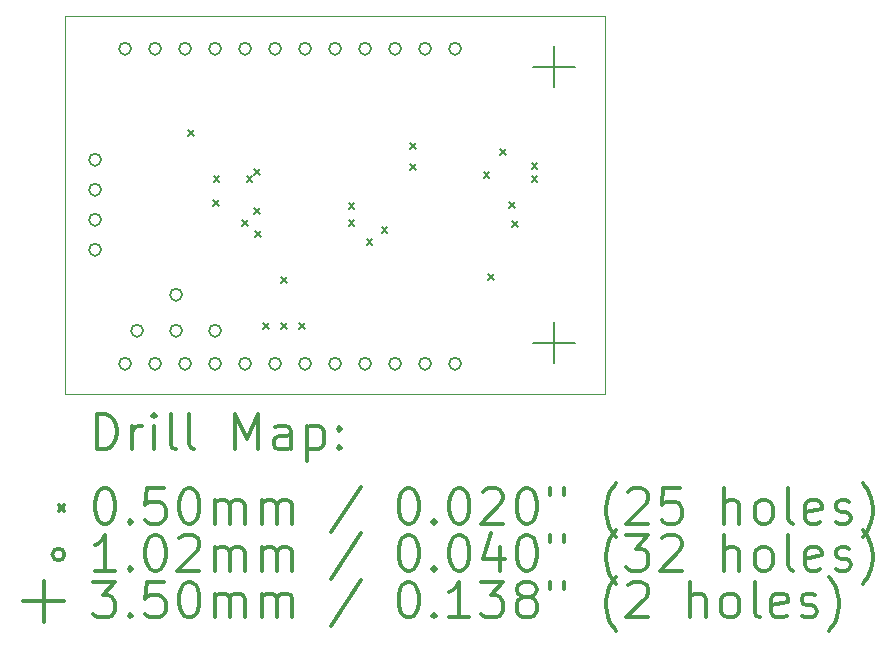
<source format=gbr>
%FSLAX45Y45*%
G04 Gerber Fmt 4.5, Leading zero omitted, Abs format (unit mm)*
G04 Created by KiCad (PCBNEW (2015-01-16 BZR 5376)-product) date 25/06/2015 00:16:17*
%MOMM*%
G01*
G04 APERTURE LIST*
%ADD10C,0.127000*%
%ADD11C,0.099060*%
%ADD12C,0.200000*%
%ADD13C,0.300000*%
G04 APERTURE END LIST*
D10*
D11*
X12954000Y-7493000D02*
X8382000Y-7493000D01*
X9093200Y-4292600D02*
X12954000Y-4292600D01*
X8382000Y-4292600D02*
X9093200Y-4292600D01*
X8382000Y-4292600D02*
X8382000Y-7493000D01*
X12954000Y-7493000D02*
X12954000Y-4292600D01*
D12*
X9423781Y-5256981D02*
X9473819Y-5307019D01*
X9473819Y-5256981D02*
X9423781Y-5307019D01*
X9638931Y-5854331D02*
X9688969Y-5904369D01*
X9688969Y-5854331D02*
X9638931Y-5904369D01*
X9639681Y-5651881D02*
X9689719Y-5701919D01*
X9689719Y-5651881D02*
X9639681Y-5701919D01*
X9880981Y-6020181D02*
X9931019Y-6070219D01*
X9931019Y-6020181D02*
X9880981Y-6070219D01*
X9919081Y-5651881D02*
X9969119Y-5701919D01*
X9969119Y-5651881D02*
X9919081Y-5701919D01*
X9982581Y-5588381D02*
X10032619Y-5638419D01*
X10032619Y-5588381D02*
X9982581Y-5638419D01*
X9983331Y-5919331D02*
X10033369Y-5969369D01*
X10033369Y-5919331D02*
X9983331Y-5969369D01*
X9990031Y-6114331D02*
X10040069Y-6164369D01*
X10040069Y-6114331D02*
X9990031Y-6164369D01*
X10058781Y-6896481D02*
X10108819Y-6946519D01*
X10108819Y-6896481D02*
X10058781Y-6946519D01*
X10211181Y-6502781D02*
X10261219Y-6552819D01*
X10261219Y-6502781D02*
X10211181Y-6552819D01*
X10211181Y-6896481D02*
X10261219Y-6946519D01*
X10261219Y-6896481D02*
X10211181Y-6946519D01*
X10363581Y-6896481D02*
X10413619Y-6946519D01*
X10413619Y-6896481D02*
X10363581Y-6946519D01*
X10782681Y-5880481D02*
X10832719Y-5930519D01*
X10832719Y-5880481D02*
X10782681Y-5930519D01*
X10782681Y-6020181D02*
X10832719Y-6070219D01*
X10832719Y-6020181D02*
X10782681Y-6070219D01*
X10935081Y-6185281D02*
X10985119Y-6235319D01*
X10985119Y-6185281D02*
X10935081Y-6235319D01*
X11062081Y-6083681D02*
X11112119Y-6133719D01*
X11112119Y-6083681D02*
X11062081Y-6133719D01*
X11303381Y-5372481D02*
X11353419Y-5422519D01*
X11353419Y-5372481D02*
X11303381Y-5422519D01*
X11303381Y-5550281D02*
X11353419Y-5600319D01*
X11353419Y-5550281D02*
X11303381Y-5600319D01*
X11925681Y-5613781D02*
X11975719Y-5663819D01*
X11975719Y-5613781D02*
X11925681Y-5663819D01*
X11963781Y-6477381D02*
X12013819Y-6527419D01*
X12013819Y-6477381D02*
X11963781Y-6527419D01*
X12065381Y-5423281D02*
X12115419Y-5473319D01*
X12115419Y-5423281D02*
X12065381Y-5473319D01*
X12141581Y-5867781D02*
X12191619Y-5917819D01*
X12191619Y-5867781D02*
X12141581Y-5917819D01*
X12166981Y-6032881D02*
X12217019Y-6082919D01*
X12217019Y-6032881D02*
X12166981Y-6082919D01*
X12332081Y-5537581D02*
X12382119Y-5587619D01*
X12382119Y-5537581D02*
X12332081Y-5587619D01*
X12332081Y-5651881D02*
X12382119Y-5701919D01*
X12382119Y-5651881D02*
X12332081Y-5701919D01*
X8686800Y-5511800D02*
G75*
G03X8686800Y-5511800I-50800J0D01*
G01*
X8686800Y-5765800D02*
G75*
G03X8686800Y-5765800I-50800J0D01*
G01*
X8686800Y-6019800D02*
G75*
G03X8686800Y-6019800I-50800J0D01*
G01*
X8686800Y-6273800D02*
G75*
G03X8686800Y-6273800I-50800J0D01*
G01*
X8940800Y-4572000D02*
G75*
G03X8940800Y-4572000I-50800J0D01*
G01*
X8940800Y-7239000D02*
G75*
G03X8940800Y-7239000I-50800J0D01*
G01*
X9042400Y-6959600D02*
G75*
G03X9042400Y-6959600I-50800J0D01*
G01*
X9194800Y-4572000D02*
G75*
G03X9194800Y-4572000I-50800J0D01*
G01*
X9194800Y-7239000D02*
G75*
G03X9194800Y-7239000I-50800J0D01*
G01*
X9372600Y-6654800D02*
G75*
G03X9372600Y-6654800I-50800J0D01*
G01*
X9372600Y-6959600D02*
G75*
G03X9372600Y-6959600I-50800J0D01*
G01*
X9448800Y-4572000D02*
G75*
G03X9448800Y-4572000I-50800J0D01*
G01*
X9448800Y-7239000D02*
G75*
G03X9448800Y-7239000I-50800J0D01*
G01*
X9702800Y-4572000D02*
G75*
G03X9702800Y-4572000I-50800J0D01*
G01*
X9702800Y-6959600D02*
G75*
G03X9702800Y-6959600I-50800J0D01*
G01*
X9702800Y-7239000D02*
G75*
G03X9702800Y-7239000I-50800J0D01*
G01*
X9956800Y-4572000D02*
G75*
G03X9956800Y-4572000I-50800J0D01*
G01*
X9956800Y-7239000D02*
G75*
G03X9956800Y-7239000I-50800J0D01*
G01*
X10210800Y-4572000D02*
G75*
G03X10210800Y-4572000I-50800J0D01*
G01*
X10210800Y-7239000D02*
G75*
G03X10210800Y-7239000I-50800J0D01*
G01*
X10464800Y-4572000D02*
G75*
G03X10464800Y-4572000I-50800J0D01*
G01*
X10464800Y-7239000D02*
G75*
G03X10464800Y-7239000I-50800J0D01*
G01*
X10718800Y-4572000D02*
G75*
G03X10718800Y-4572000I-50800J0D01*
G01*
X10718800Y-7239000D02*
G75*
G03X10718800Y-7239000I-50800J0D01*
G01*
X10972800Y-4572000D02*
G75*
G03X10972800Y-4572000I-50800J0D01*
G01*
X10972800Y-7239000D02*
G75*
G03X10972800Y-7239000I-50800J0D01*
G01*
X11226800Y-4572000D02*
G75*
G03X11226800Y-4572000I-50800J0D01*
G01*
X11226800Y-7239000D02*
G75*
G03X11226800Y-7239000I-50800J0D01*
G01*
X11480800Y-4572000D02*
G75*
G03X11480800Y-4572000I-50800J0D01*
G01*
X11480800Y-7239000D02*
G75*
G03X11480800Y-7239000I-50800J0D01*
G01*
X11734800Y-4572000D02*
G75*
G03X11734800Y-4572000I-50800J0D01*
G01*
X11734800Y-7239000D02*
G75*
G03X11734800Y-7239000I-50800J0D01*
G01*
X12522200Y-4549400D02*
X12522200Y-4899400D01*
X12347200Y-4724400D02*
X12697200Y-4724400D01*
X12522200Y-6886200D02*
X12522200Y-7236200D01*
X12347200Y-7061200D02*
X12697200Y-7061200D01*
D13*
X8648476Y-7963667D02*
X8648476Y-7663667D01*
X8719904Y-7663667D01*
X8762761Y-7677953D01*
X8791333Y-7706524D01*
X8805618Y-7735096D01*
X8819904Y-7792239D01*
X8819904Y-7835096D01*
X8805618Y-7892239D01*
X8791333Y-7920810D01*
X8762761Y-7949382D01*
X8719904Y-7963667D01*
X8648476Y-7963667D01*
X8948476Y-7963667D02*
X8948476Y-7763667D01*
X8948476Y-7820810D02*
X8962761Y-7792239D01*
X8977047Y-7777953D01*
X9005618Y-7763667D01*
X9034190Y-7763667D01*
X9134190Y-7963667D02*
X9134190Y-7763667D01*
X9134190Y-7663667D02*
X9119904Y-7677953D01*
X9134190Y-7692239D01*
X9148476Y-7677953D01*
X9134190Y-7663667D01*
X9134190Y-7692239D01*
X9319904Y-7963667D02*
X9291333Y-7949382D01*
X9277047Y-7920810D01*
X9277047Y-7663667D01*
X9477047Y-7963667D02*
X9448476Y-7949382D01*
X9434190Y-7920810D01*
X9434190Y-7663667D01*
X9819904Y-7963667D02*
X9819904Y-7663667D01*
X9919904Y-7877953D01*
X10019904Y-7663667D01*
X10019904Y-7963667D01*
X10291333Y-7963667D02*
X10291333Y-7806524D01*
X10277047Y-7777953D01*
X10248476Y-7763667D01*
X10191333Y-7763667D01*
X10162761Y-7777953D01*
X10291333Y-7949382D02*
X10262761Y-7963667D01*
X10191333Y-7963667D01*
X10162761Y-7949382D01*
X10148476Y-7920810D01*
X10148476Y-7892239D01*
X10162761Y-7863667D01*
X10191333Y-7849382D01*
X10262761Y-7849382D01*
X10291333Y-7835096D01*
X10434190Y-7763667D02*
X10434190Y-8063667D01*
X10434190Y-7777953D02*
X10462761Y-7763667D01*
X10519904Y-7763667D01*
X10548476Y-7777953D01*
X10562761Y-7792239D01*
X10577047Y-7820810D01*
X10577047Y-7906524D01*
X10562761Y-7935096D01*
X10548476Y-7949382D01*
X10519904Y-7963667D01*
X10462761Y-7963667D01*
X10434190Y-7949382D01*
X10705618Y-7935096D02*
X10719904Y-7949382D01*
X10705618Y-7963667D01*
X10691333Y-7949382D01*
X10705618Y-7935096D01*
X10705618Y-7963667D01*
X10705618Y-7777953D02*
X10719904Y-7792239D01*
X10705618Y-7806524D01*
X10691333Y-7792239D01*
X10705618Y-7777953D01*
X10705618Y-7806524D01*
X8327009Y-8432934D02*
X8377047Y-8482972D01*
X8377047Y-8432934D02*
X8327009Y-8482972D01*
X8705618Y-8293667D02*
X8734190Y-8293667D01*
X8762761Y-8307953D01*
X8777047Y-8322239D01*
X8791333Y-8350810D01*
X8805618Y-8407953D01*
X8805618Y-8479382D01*
X8791333Y-8536525D01*
X8777047Y-8565096D01*
X8762761Y-8579382D01*
X8734190Y-8593667D01*
X8705618Y-8593667D01*
X8677047Y-8579382D01*
X8662761Y-8565096D01*
X8648476Y-8536525D01*
X8634190Y-8479382D01*
X8634190Y-8407953D01*
X8648476Y-8350810D01*
X8662761Y-8322239D01*
X8677047Y-8307953D01*
X8705618Y-8293667D01*
X8934190Y-8565096D02*
X8948476Y-8579382D01*
X8934190Y-8593667D01*
X8919904Y-8579382D01*
X8934190Y-8565096D01*
X8934190Y-8593667D01*
X9219904Y-8293667D02*
X9077047Y-8293667D01*
X9062761Y-8436525D01*
X9077047Y-8422239D01*
X9105618Y-8407953D01*
X9177047Y-8407953D01*
X9205618Y-8422239D01*
X9219904Y-8436525D01*
X9234190Y-8465096D01*
X9234190Y-8536525D01*
X9219904Y-8565096D01*
X9205618Y-8579382D01*
X9177047Y-8593667D01*
X9105618Y-8593667D01*
X9077047Y-8579382D01*
X9062761Y-8565096D01*
X9419904Y-8293667D02*
X9448476Y-8293667D01*
X9477047Y-8307953D01*
X9491333Y-8322239D01*
X9505618Y-8350810D01*
X9519904Y-8407953D01*
X9519904Y-8479382D01*
X9505618Y-8536525D01*
X9491333Y-8565096D01*
X9477047Y-8579382D01*
X9448476Y-8593667D01*
X9419904Y-8593667D01*
X9391333Y-8579382D01*
X9377047Y-8565096D01*
X9362761Y-8536525D01*
X9348476Y-8479382D01*
X9348476Y-8407953D01*
X9362761Y-8350810D01*
X9377047Y-8322239D01*
X9391333Y-8307953D01*
X9419904Y-8293667D01*
X9648476Y-8593667D02*
X9648476Y-8393667D01*
X9648476Y-8422239D02*
X9662761Y-8407953D01*
X9691333Y-8393667D01*
X9734190Y-8393667D01*
X9762761Y-8407953D01*
X9777047Y-8436525D01*
X9777047Y-8593667D01*
X9777047Y-8436525D02*
X9791333Y-8407953D01*
X9819904Y-8393667D01*
X9862761Y-8393667D01*
X9891333Y-8407953D01*
X9905618Y-8436525D01*
X9905618Y-8593667D01*
X10048476Y-8593667D02*
X10048476Y-8393667D01*
X10048476Y-8422239D02*
X10062761Y-8407953D01*
X10091333Y-8393667D01*
X10134190Y-8393667D01*
X10162761Y-8407953D01*
X10177047Y-8436525D01*
X10177047Y-8593667D01*
X10177047Y-8436525D02*
X10191333Y-8407953D01*
X10219904Y-8393667D01*
X10262761Y-8393667D01*
X10291333Y-8407953D01*
X10305618Y-8436525D01*
X10305618Y-8593667D01*
X10891333Y-8279382D02*
X10634190Y-8665096D01*
X11277047Y-8293667D02*
X11305618Y-8293667D01*
X11334190Y-8307953D01*
X11348475Y-8322239D01*
X11362761Y-8350810D01*
X11377047Y-8407953D01*
X11377047Y-8479382D01*
X11362761Y-8536525D01*
X11348475Y-8565096D01*
X11334190Y-8579382D01*
X11305618Y-8593667D01*
X11277047Y-8593667D01*
X11248475Y-8579382D01*
X11234190Y-8565096D01*
X11219904Y-8536525D01*
X11205618Y-8479382D01*
X11205618Y-8407953D01*
X11219904Y-8350810D01*
X11234190Y-8322239D01*
X11248475Y-8307953D01*
X11277047Y-8293667D01*
X11505618Y-8565096D02*
X11519904Y-8579382D01*
X11505618Y-8593667D01*
X11491333Y-8579382D01*
X11505618Y-8565096D01*
X11505618Y-8593667D01*
X11705618Y-8293667D02*
X11734190Y-8293667D01*
X11762761Y-8307953D01*
X11777047Y-8322239D01*
X11791332Y-8350810D01*
X11805618Y-8407953D01*
X11805618Y-8479382D01*
X11791332Y-8536525D01*
X11777047Y-8565096D01*
X11762761Y-8579382D01*
X11734190Y-8593667D01*
X11705618Y-8593667D01*
X11677047Y-8579382D01*
X11662761Y-8565096D01*
X11648475Y-8536525D01*
X11634190Y-8479382D01*
X11634190Y-8407953D01*
X11648475Y-8350810D01*
X11662761Y-8322239D01*
X11677047Y-8307953D01*
X11705618Y-8293667D01*
X11919904Y-8322239D02*
X11934190Y-8307953D01*
X11962761Y-8293667D01*
X12034190Y-8293667D01*
X12062761Y-8307953D01*
X12077047Y-8322239D01*
X12091332Y-8350810D01*
X12091332Y-8379382D01*
X12077047Y-8422239D01*
X11905618Y-8593667D01*
X12091332Y-8593667D01*
X12277047Y-8293667D02*
X12305618Y-8293667D01*
X12334190Y-8307953D01*
X12348475Y-8322239D01*
X12362761Y-8350810D01*
X12377047Y-8407953D01*
X12377047Y-8479382D01*
X12362761Y-8536525D01*
X12348475Y-8565096D01*
X12334190Y-8579382D01*
X12305618Y-8593667D01*
X12277047Y-8593667D01*
X12248475Y-8579382D01*
X12234190Y-8565096D01*
X12219904Y-8536525D01*
X12205618Y-8479382D01*
X12205618Y-8407953D01*
X12219904Y-8350810D01*
X12234190Y-8322239D01*
X12248475Y-8307953D01*
X12277047Y-8293667D01*
X12491333Y-8293667D02*
X12491333Y-8350810D01*
X12605618Y-8293667D02*
X12605618Y-8350810D01*
X13048475Y-8707953D02*
X13034190Y-8693667D01*
X13005618Y-8650810D01*
X12991332Y-8622239D01*
X12977047Y-8579382D01*
X12962761Y-8507953D01*
X12962761Y-8450810D01*
X12977047Y-8379382D01*
X12991332Y-8336524D01*
X13005618Y-8307953D01*
X13034190Y-8265096D01*
X13048475Y-8250810D01*
X13148475Y-8322239D02*
X13162761Y-8307953D01*
X13191332Y-8293667D01*
X13262761Y-8293667D01*
X13291332Y-8307953D01*
X13305618Y-8322239D01*
X13319904Y-8350810D01*
X13319904Y-8379382D01*
X13305618Y-8422239D01*
X13134190Y-8593667D01*
X13319904Y-8593667D01*
X13591332Y-8293667D02*
X13448475Y-8293667D01*
X13434190Y-8436525D01*
X13448475Y-8422239D01*
X13477047Y-8407953D01*
X13548475Y-8407953D01*
X13577047Y-8422239D01*
X13591332Y-8436525D01*
X13605618Y-8465096D01*
X13605618Y-8536525D01*
X13591332Y-8565096D01*
X13577047Y-8579382D01*
X13548475Y-8593667D01*
X13477047Y-8593667D01*
X13448475Y-8579382D01*
X13434190Y-8565096D01*
X13962761Y-8593667D02*
X13962761Y-8293667D01*
X14091332Y-8593667D02*
X14091332Y-8436525D01*
X14077047Y-8407953D01*
X14048475Y-8393667D01*
X14005618Y-8393667D01*
X13977047Y-8407953D01*
X13962761Y-8422239D01*
X14277047Y-8593667D02*
X14248475Y-8579382D01*
X14234190Y-8565096D01*
X14219904Y-8536525D01*
X14219904Y-8450810D01*
X14234190Y-8422239D01*
X14248475Y-8407953D01*
X14277047Y-8393667D01*
X14319904Y-8393667D01*
X14348475Y-8407953D01*
X14362761Y-8422239D01*
X14377047Y-8450810D01*
X14377047Y-8536525D01*
X14362761Y-8565096D01*
X14348475Y-8579382D01*
X14319904Y-8593667D01*
X14277047Y-8593667D01*
X14548475Y-8593667D02*
X14519904Y-8579382D01*
X14505618Y-8550810D01*
X14505618Y-8293667D01*
X14777047Y-8579382D02*
X14748475Y-8593667D01*
X14691333Y-8593667D01*
X14662761Y-8579382D01*
X14648475Y-8550810D01*
X14648475Y-8436525D01*
X14662761Y-8407953D01*
X14691333Y-8393667D01*
X14748475Y-8393667D01*
X14777047Y-8407953D01*
X14791333Y-8436525D01*
X14791333Y-8465096D01*
X14648475Y-8493667D01*
X14905618Y-8579382D02*
X14934190Y-8593667D01*
X14991333Y-8593667D01*
X15019904Y-8579382D01*
X15034190Y-8550810D01*
X15034190Y-8536525D01*
X15019904Y-8507953D01*
X14991333Y-8493667D01*
X14948475Y-8493667D01*
X14919904Y-8479382D01*
X14905618Y-8450810D01*
X14905618Y-8436525D01*
X14919904Y-8407953D01*
X14948475Y-8393667D01*
X14991333Y-8393667D01*
X15019904Y-8407953D01*
X15134190Y-8707953D02*
X15148475Y-8693667D01*
X15177047Y-8650810D01*
X15191333Y-8622239D01*
X15205618Y-8579382D01*
X15219904Y-8507953D01*
X15219904Y-8450810D01*
X15205618Y-8379382D01*
X15191333Y-8336524D01*
X15177047Y-8307953D01*
X15148475Y-8265096D01*
X15134190Y-8250810D01*
X8377047Y-8853953D02*
G75*
G03X8377047Y-8853953I-50800J0D01*
G01*
X8805618Y-8989667D02*
X8634190Y-8989667D01*
X8719904Y-8989667D02*
X8719904Y-8689667D01*
X8691333Y-8732525D01*
X8662761Y-8761096D01*
X8634190Y-8775382D01*
X8934190Y-8961096D02*
X8948476Y-8975382D01*
X8934190Y-8989667D01*
X8919904Y-8975382D01*
X8934190Y-8961096D01*
X8934190Y-8989667D01*
X9134190Y-8689667D02*
X9162761Y-8689667D01*
X9191333Y-8703953D01*
X9205618Y-8718239D01*
X9219904Y-8746810D01*
X9234190Y-8803953D01*
X9234190Y-8875382D01*
X9219904Y-8932525D01*
X9205618Y-8961096D01*
X9191333Y-8975382D01*
X9162761Y-8989667D01*
X9134190Y-8989667D01*
X9105618Y-8975382D01*
X9091333Y-8961096D01*
X9077047Y-8932525D01*
X9062761Y-8875382D01*
X9062761Y-8803953D01*
X9077047Y-8746810D01*
X9091333Y-8718239D01*
X9105618Y-8703953D01*
X9134190Y-8689667D01*
X9348476Y-8718239D02*
X9362761Y-8703953D01*
X9391333Y-8689667D01*
X9462761Y-8689667D01*
X9491333Y-8703953D01*
X9505618Y-8718239D01*
X9519904Y-8746810D01*
X9519904Y-8775382D01*
X9505618Y-8818239D01*
X9334190Y-8989667D01*
X9519904Y-8989667D01*
X9648476Y-8989667D02*
X9648476Y-8789667D01*
X9648476Y-8818239D02*
X9662761Y-8803953D01*
X9691333Y-8789667D01*
X9734190Y-8789667D01*
X9762761Y-8803953D01*
X9777047Y-8832525D01*
X9777047Y-8989667D01*
X9777047Y-8832525D02*
X9791333Y-8803953D01*
X9819904Y-8789667D01*
X9862761Y-8789667D01*
X9891333Y-8803953D01*
X9905618Y-8832525D01*
X9905618Y-8989667D01*
X10048476Y-8989667D02*
X10048476Y-8789667D01*
X10048476Y-8818239D02*
X10062761Y-8803953D01*
X10091333Y-8789667D01*
X10134190Y-8789667D01*
X10162761Y-8803953D01*
X10177047Y-8832525D01*
X10177047Y-8989667D01*
X10177047Y-8832525D02*
X10191333Y-8803953D01*
X10219904Y-8789667D01*
X10262761Y-8789667D01*
X10291333Y-8803953D01*
X10305618Y-8832525D01*
X10305618Y-8989667D01*
X10891333Y-8675382D02*
X10634190Y-9061096D01*
X11277047Y-8689667D02*
X11305618Y-8689667D01*
X11334190Y-8703953D01*
X11348475Y-8718239D01*
X11362761Y-8746810D01*
X11377047Y-8803953D01*
X11377047Y-8875382D01*
X11362761Y-8932525D01*
X11348475Y-8961096D01*
X11334190Y-8975382D01*
X11305618Y-8989667D01*
X11277047Y-8989667D01*
X11248475Y-8975382D01*
X11234190Y-8961096D01*
X11219904Y-8932525D01*
X11205618Y-8875382D01*
X11205618Y-8803953D01*
X11219904Y-8746810D01*
X11234190Y-8718239D01*
X11248475Y-8703953D01*
X11277047Y-8689667D01*
X11505618Y-8961096D02*
X11519904Y-8975382D01*
X11505618Y-8989667D01*
X11491333Y-8975382D01*
X11505618Y-8961096D01*
X11505618Y-8989667D01*
X11705618Y-8689667D02*
X11734190Y-8689667D01*
X11762761Y-8703953D01*
X11777047Y-8718239D01*
X11791332Y-8746810D01*
X11805618Y-8803953D01*
X11805618Y-8875382D01*
X11791332Y-8932525D01*
X11777047Y-8961096D01*
X11762761Y-8975382D01*
X11734190Y-8989667D01*
X11705618Y-8989667D01*
X11677047Y-8975382D01*
X11662761Y-8961096D01*
X11648475Y-8932525D01*
X11634190Y-8875382D01*
X11634190Y-8803953D01*
X11648475Y-8746810D01*
X11662761Y-8718239D01*
X11677047Y-8703953D01*
X11705618Y-8689667D01*
X12062761Y-8789667D02*
X12062761Y-8989667D01*
X11991332Y-8675382D02*
X11919904Y-8889667D01*
X12105618Y-8889667D01*
X12277047Y-8689667D02*
X12305618Y-8689667D01*
X12334190Y-8703953D01*
X12348475Y-8718239D01*
X12362761Y-8746810D01*
X12377047Y-8803953D01*
X12377047Y-8875382D01*
X12362761Y-8932525D01*
X12348475Y-8961096D01*
X12334190Y-8975382D01*
X12305618Y-8989667D01*
X12277047Y-8989667D01*
X12248475Y-8975382D01*
X12234190Y-8961096D01*
X12219904Y-8932525D01*
X12205618Y-8875382D01*
X12205618Y-8803953D01*
X12219904Y-8746810D01*
X12234190Y-8718239D01*
X12248475Y-8703953D01*
X12277047Y-8689667D01*
X12491333Y-8689667D02*
X12491333Y-8746810D01*
X12605618Y-8689667D02*
X12605618Y-8746810D01*
X13048475Y-9103953D02*
X13034190Y-9089667D01*
X13005618Y-9046810D01*
X12991332Y-9018239D01*
X12977047Y-8975382D01*
X12962761Y-8903953D01*
X12962761Y-8846810D01*
X12977047Y-8775382D01*
X12991332Y-8732525D01*
X13005618Y-8703953D01*
X13034190Y-8661096D01*
X13048475Y-8646810D01*
X13134190Y-8689667D02*
X13319904Y-8689667D01*
X13219904Y-8803953D01*
X13262761Y-8803953D01*
X13291332Y-8818239D01*
X13305618Y-8832525D01*
X13319904Y-8861096D01*
X13319904Y-8932525D01*
X13305618Y-8961096D01*
X13291332Y-8975382D01*
X13262761Y-8989667D01*
X13177047Y-8989667D01*
X13148475Y-8975382D01*
X13134190Y-8961096D01*
X13434190Y-8718239D02*
X13448475Y-8703953D01*
X13477047Y-8689667D01*
X13548475Y-8689667D01*
X13577047Y-8703953D01*
X13591332Y-8718239D01*
X13605618Y-8746810D01*
X13605618Y-8775382D01*
X13591332Y-8818239D01*
X13419904Y-8989667D01*
X13605618Y-8989667D01*
X13962761Y-8989667D02*
X13962761Y-8689667D01*
X14091332Y-8989667D02*
X14091332Y-8832525D01*
X14077047Y-8803953D01*
X14048475Y-8789667D01*
X14005618Y-8789667D01*
X13977047Y-8803953D01*
X13962761Y-8818239D01*
X14277047Y-8989667D02*
X14248475Y-8975382D01*
X14234190Y-8961096D01*
X14219904Y-8932525D01*
X14219904Y-8846810D01*
X14234190Y-8818239D01*
X14248475Y-8803953D01*
X14277047Y-8789667D01*
X14319904Y-8789667D01*
X14348475Y-8803953D01*
X14362761Y-8818239D01*
X14377047Y-8846810D01*
X14377047Y-8932525D01*
X14362761Y-8961096D01*
X14348475Y-8975382D01*
X14319904Y-8989667D01*
X14277047Y-8989667D01*
X14548475Y-8989667D02*
X14519904Y-8975382D01*
X14505618Y-8946810D01*
X14505618Y-8689667D01*
X14777047Y-8975382D02*
X14748475Y-8989667D01*
X14691333Y-8989667D01*
X14662761Y-8975382D01*
X14648475Y-8946810D01*
X14648475Y-8832525D01*
X14662761Y-8803953D01*
X14691333Y-8789667D01*
X14748475Y-8789667D01*
X14777047Y-8803953D01*
X14791333Y-8832525D01*
X14791333Y-8861096D01*
X14648475Y-8889667D01*
X14905618Y-8975382D02*
X14934190Y-8989667D01*
X14991333Y-8989667D01*
X15019904Y-8975382D01*
X15034190Y-8946810D01*
X15034190Y-8932525D01*
X15019904Y-8903953D01*
X14991333Y-8889667D01*
X14948475Y-8889667D01*
X14919904Y-8875382D01*
X14905618Y-8846810D01*
X14905618Y-8832525D01*
X14919904Y-8803953D01*
X14948475Y-8789667D01*
X14991333Y-8789667D01*
X15019904Y-8803953D01*
X15134190Y-9103953D02*
X15148475Y-9089667D01*
X15177047Y-9046810D01*
X15191333Y-9018239D01*
X15205618Y-8975382D01*
X15219904Y-8903953D01*
X15219904Y-8846810D01*
X15205618Y-8775382D01*
X15191333Y-8732525D01*
X15177047Y-8703953D01*
X15148475Y-8661096D01*
X15134190Y-8646810D01*
X8202047Y-9074953D02*
X8202047Y-9424953D01*
X8027047Y-9249953D02*
X8377047Y-9249953D01*
X8619904Y-9085667D02*
X8805618Y-9085667D01*
X8705618Y-9199953D01*
X8748476Y-9199953D01*
X8777047Y-9214239D01*
X8791333Y-9228525D01*
X8805618Y-9257096D01*
X8805618Y-9328525D01*
X8791333Y-9357096D01*
X8777047Y-9371382D01*
X8748476Y-9385667D01*
X8662761Y-9385667D01*
X8634190Y-9371382D01*
X8619904Y-9357096D01*
X8934190Y-9357096D02*
X8948476Y-9371382D01*
X8934190Y-9385667D01*
X8919904Y-9371382D01*
X8934190Y-9357096D01*
X8934190Y-9385667D01*
X9219904Y-9085667D02*
X9077047Y-9085667D01*
X9062761Y-9228525D01*
X9077047Y-9214239D01*
X9105618Y-9199953D01*
X9177047Y-9199953D01*
X9205618Y-9214239D01*
X9219904Y-9228525D01*
X9234190Y-9257096D01*
X9234190Y-9328525D01*
X9219904Y-9357096D01*
X9205618Y-9371382D01*
X9177047Y-9385667D01*
X9105618Y-9385667D01*
X9077047Y-9371382D01*
X9062761Y-9357096D01*
X9419904Y-9085667D02*
X9448476Y-9085667D01*
X9477047Y-9099953D01*
X9491333Y-9114239D01*
X9505618Y-9142810D01*
X9519904Y-9199953D01*
X9519904Y-9271382D01*
X9505618Y-9328525D01*
X9491333Y-9357096D01*
X9477047Y-9371382D01*
X9448476Y-9385667D01*
X9419904Y-9385667D01*
X9391333Y-9371382D01*
X9377047Y-9357096D01*
X9362761Y-9328525D01*
X9348476Y-9271382D01*
X9348476Y-9199953D01*
X9362761Y-9142810D01*
X9377047Y-9114239D01*
X9391333Y-9099953D01*
X9419904Y-9085667D01*
X9648476Y-9385667D02*
X9648476Y-9185667D01*
X9648476Y-9214239D02*
X9662761Y-9199953D01*
X9691333Y-9185667D01*
X9734190Y-9185667D01*
X9762761Y-9199953D01*
X9777047Y-9228525D01*
X9777047Y-9385667D01*
X9777047Y-9228525D02*
X9791333Y-9199953D01*
X9819904Y-9185667D01*
X9862761Y-9185667D01*
X9891333Y-9199953D01*
X9905618Y-9228525D01*
X9905618Y-9385667D01*
X10048476Y-9385667D02*
X10048476Y-9185667D01*
X10048476Y-9214239D02*
X10062761Y-9199953D01*
X10091333Y-9185667D01*
X10134190Y-9185667D01*
X10162761Y-9199953D01*
X10177047Y-9228525D01*
X10177047Y-9385667D01*
X10177047Y-9228525D02*
X10191333Y-9199953D01*
X10219904Y-9185667D01*
X10262761Y-9185667D01*
X10291333Y-9199953D01*
X10305618Y-9228525D01*
X10305618Y-9385667D01*
X10891333Y-9071382D02*
X10634190Y-9457096D01*
X11277047Y-9085667D02*
X11305618Y-9085667D01*
X11334190Y-9099953D01*
X11348475Y-9114239D01*
X11362761Y-9142810D01*
X11377047Y-9199953D01*
X11377047Y-9271382D01*
X11362761Y-9328525D01*
X11348475Y-9357096D01*
X11334190Y-9371382D01*
X11305618Y-9385667D01*
X11277047Y-9385667D01*
X11248475Y-9371382D01*
X11234190Y-9357096D01*
X11219904Y-9328525D01*
X11205618Y-9271382D01*
X11205618Y-9199953D01*
X11219904Y-9142810D01*
X11234190Y-9114239D01*
X11248475Y-9099953D01*
X11277047Y-9085667D01*
X11505618Y-9357096D02*
X11519904Y-9371382D01*
X11505618Y-9385667D01*
X11491333Y-9371382D01*
X11505618Y-9357096D01*
X11505618Y-9385667D01*
X11805618Y-9385667D02*
X11634190Y-9385667D01*
X11719904Y-9385667D02*
X11719904Y-9085667D01*
X11691332Y-9128525D01*
X11662761Y-9157096D01*
X11634190Y-9171382D01*
X11905618Y-9085667D02*
X12091332Y-9085667D01*
X11991332Y-9199953D01*
X12034190Y-9199953D01*
X12062761Y-9214239D01*
X12077047Y-9228525D01*
X12091332Y-9257096D01*
X12091332Y-9328525D01*
X12077047Y-9357096D01*
X12062761Y-9371382D01*
X12034190Y-9385667D01*
X11948475Y-9385667D01*
X11919904Y-9371382D01*
X11905618Y-9357096D01*
X12262761Y-9214239D02*
X12234190Y-9199953D01*
X12219904Y-9185667D01*
X12205618Y-9157096D01*
X12205618Y-9142810D01*
X12219904Y-9114239D01*
X12234190Y-9099953D01*
X12262761Y-9085667D01*
X12319904Y-9085667D01*
X12348475Y-9099953D01*
X12362761Y-9114239D01*
X12377047Y-9142810D01*
X12377047Y-9157096D01*
X12362761Y-9185667D01*
X12348475Y-9199953D01*
X12319904Y-9214239D01*
X12262761Y-9214239D01*
X12234190Y-9228525D01*
X12219904Y-9242810D01*
X12205618Y-9271382D01*
X12205618Y-9328525D01*
X12219904Y-9357096D01*
X12234190Y-9371382D01*
X12262761Y-9385667D01*
X12319904Y-9385667D01*
X12348475Y-9371382D01*
X12362761Y-9357096D01*
X12377047Y-9328525D01*
X12377047Y-9271382D01*
X12362761Y-9242810D01*
X12348475Y-9228525D01*
X12319904Y-9214239D01*
X12491333Y-9085667D02*
X12491333Y-9142810D01*
X12605618Y-9085667D02*
X12605618Y-9142810D01*
X13048475Y-9499953D02*
X13034190Y-9485667D01*
X13005618Y-9442810D01*
X12991332Y-9414239D01*
X12977047Y-9371382D01*
X12962761Y-9299953D01*
X12962761Y-9242810D01*
X12977047Y-9171382D01*
X12991332Y-9128525D01*
X13005618Y-9099953D01*
X13034190Y-9057096D01*
X13048475Y-9042810D01*
X13148475Y-9114239D02*
X13162761Y-9099953D01*
X13191332Y-9085667D01*
X13262761Y-9085667D01*
X13291332Y-9099953D01*
X13305618Y-9114239D01*
X13319904Y-9142810D01*
X13319904Y-9171382D01*
X13305618Y-9214239D01*
X13134190Y-9385667D01*
X13319904Y-9385667D01*
X13677047Y-9385667D02*
X13677047Y-9085667D01*
X13805618Y-9385667D02*
X13805618Y-9228525D01*
X13791332Y-9199953D01*
X13762761Y-9185667D01*
X13719904Y-9185667D01*
X13691332Y-9199953D01*
X13677047Y-9214239D01*
X13991332Y-9385667D02*
X13962761Y-9371382D01*
X13948475Y-9357096D01*
X13934190Y-9328525D01*
X13934190Y-9242810D01*
X13948475Y-9214239D01*
X13962761Y-9199953D01*
X13991332Y-9185667D01*
X14034190Y-9185667D01*
X14062761Y-9199953D01*
X14077047Y-9214239D01*
X14091332Y-9242810D01*
X14091332Y-9328525D01*
X14077047Y-9357096D01*
X14062761Y-9371382D01*
X14034190Y-9385667D01*
X13991332Y-9385667D01*
X14262761Y-9385667D02*
X14234190Y-9371382D01*
X14219904Y-9342810D01*
X14219904Y-9085667D01*
X14491333Y-9371382D02*
X14462761Y-9385667D01*
X14405618Y-9385667D01*
X14377047Y-9371382D01*
X14362761Y-9342810D01*
X14362761Y-9228525D01*
X14377047Y-9199953D01*
X14405618Y-9185667D01*
X14462761Y-9185667D01*
X14491333Y-9199953D01*
X14505618Y-9228525D01*
X14505618Y-9257096D01*
X14362761Y-9285667D01*
X14619904Y-9371382D02*
X14648475Y-9385667D01*
X14705618Y-9385667D01*
X14734190Y-9371382D01*
X14748475Y-9342810D01*
X14748475Y-9328525D01*
X14734190Y-9299953D01*
X14705618Y-9285667D01*
X14662761Y-9285667D01*
X14634190Y-9271382D01*
X14619904Y-9242810D01*
X14619904Y-9228525D01*
X14634190Y-9199953D01*
X14662761Y-9185667D01*
X14705618Y-9185667D01*
X14734190Y-9199953D01*
X14848475Y-9499953D02*
X14862761Y-9485667D01*
X14891333Y-9442810D01*
X14905618Y-9414239D01*
X14919904Y-9371382D01*
X14934190Y-9299953D01*
X14934190Y-9242810D01*
X14919904Y-9171382D01*
X14905618Y-9128525D01*
X14891333Y-9099953D01*
X14862761Y-9057096D01*
X14848475Y-9042810D01*
M02*

</source>
